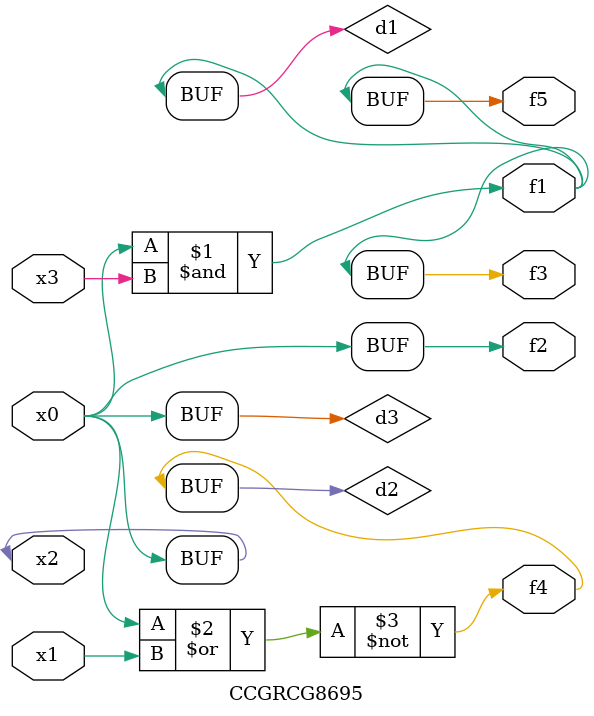
<source format=v>
module CCGRCG8695(
	input x0, x1, x2, x3,
	output f1, f2, f3, f4, f5
);

	wire d1, d2, d3;

	and (d1, x2, x3);
	nor (d2, x0, x1);
	buf (d3, x0, x2);
	assign f1 = d1;
	assign f2 = d3;
	assign f3 = d1;
	assign f4 = d2;
	assign f5 = d1;
endmodule

</source>
